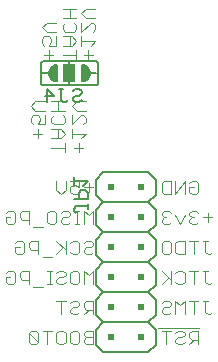
<source format=gbr>
G04 EAGLE Gerber RS-274X export*
G75*
%MOMM*%
%FSLAX34Y34*%
%LPD*%
%INSilkscreen Bottom*%
%IPPOS*%
%AMOC8*
5,1,8,0,0,1.08239X$1,22.5*%
G01*
%ADD10C,0.101600*%
%ADD11C,0.152400*%
%ADD12C,0.127000*%
%ADD13R,1.016000X1.524000*%
%ADD14R,0.508000X0.508000*%


D10*
X390017Y523880D02*
X382221Y523880D01*
X386119Y527778D02*
X386119Y519982D01*
X378323Y529727D02*
X370527Y529727D01*
X378323Y529727D02*
X378323Y523880D01*
X374425Y525829D01*
X372476Y525829D01*
X370527Y523880D01*
X370527Y519982D01*
X372476Y518033D01*
X376374Y518033D01*
X378323Y519982D01*
X366629Y521931D02*
X366629Y529727D01*
X366629Y521931D02*
X362731Y518033D01*
X358833Y521931D01*
X358833Y529727D01*
X390017Y504327D02*
X390017Y492633D01*
X386119Y500429D02*
X390017Y504327D01*
X386119Y500429D02*
X382221Y504327D01*
X382221Y492633D01*
X378323Y492633D02*
X374425Y492633D01*
X376374Y492633D02*
X376374Y504327D01*
X378323Y504327D02*
X374425Y504327D01*
X364680Y504327D02*
X362731Y502378D01*
X364680Y504327D02*
X368578Y504327D01*
X370527Y502378D01*
X370527Y500429D01*
X368578Y498480D01*
X364680Y498480D01*
X362731Y496531D01*
X362731Y494582D01*
X364680Y492633D01*
X368578Y492633D01*
X370527Y494582D01*
X356884Y504327D02*
X352986Y504327D01*
X356884Y504327D02*
X358833Y502378D01*
X358833Y494582D01*
X356884Y492633D01*
X352986Y492633D01*
X351037Y494582D01*
X351037Y502378D01*
X352986Y504327D01*
X347139Y490684D02*
X339343Y490684D01*
X335445Y492633D02*
X335445Y504327D01*
X329598Y504327D01*
X327649Y502378D01*
X327649Y498480D01*
X329598Y496531D01*
X335445Y496531D01*
X317904Y504327D02*
X315955Y502378D01*
X317904Y504327D02*
X321802Y504327D01*
X323751Y502378D01*
X323751Y494582D01*
X321802Y492633D01*
X317904Y492633D01*
X315955Y494582D01*
X315955Y498480D01*
X319853Y498480D01*
X382221Y476978D02*
X384170Y478927D01*
X388068Y478927D01*
X390017Y476978D01*
X390017Y475029D01*
X388068Y473080D01*
X384170Y473080D01*
X382221Y471131D01*
X382221Y469182D01*
X384170Y467233D01*
X388068Y467233D01*
X390017Y469182D01*
X372476Y478927D02*
X370527Y476978D01*
X372476Y478927D02*
X376374Y478927D01*
X378323Y476978D01*
X378323Y469182D01*
X376374Y467233D01*
X372476Y467233D01*
X370527Y469182D01*
X366629Y467233D02*
X366629Y478927D01*
X366629Y471131D02*
X358833Y478927D01*
X364680Y473080D02*
X358833Y467233D01*
X354935Y465284D02*
X347139Y465284D01*
X343241Y467233D02*
X343241Y478927D01*
X337394Y478927D01*
X335445Y476978D01*
X335445Y473080D01*
X337394Y471131D01*
X343241Y471131D01*
X325700Y478927D02*
X323751Y476978D01*
X325700Y478927D02*
X329598Y478927D01*
X331547Y476978D01*
X331547Y469182D01*
X329598Y467233D01*
X325700Y467233D01*
X323751Y469182D01*
X323751Y473080D01*
X327649Y473080D01*
X390017Y453527D02*
X390017Y441833D01*
X386119Y449629D02*
X390017Y453527D01*
X386119Y449629D02*
X382221Y453527D01*
X382221Y441833D01*
X376374Y453527D02*
X372476Y453527D01*
X376374Y453527D02*
X378323Y451578D01*
X378323Y443782D01*
X376374Y441833D01*
X372476Y441833D01*
X370527Y443782D01*
X370527Y451578D01*
X372476Y453527D01*
X360782Y453527D02*
X358833Y451578D01*
X360782Y453527D02*
X364680Y453527D01*
X366629Y451578D01*
X366629Y449629D01*
X364680Y447680D01*
X360782Y447680D01*
X358833Y445731D01*
X358833Y443782D01*
X360782Y441833D01*
X364680Y441833D01*
X366629Y443782D01*
X354935Y441833D02*
X351037Y441833D01*
X352986Y441833D02*
X352986Y453527D01*
X354935Y453527D02*
X351037Y453527D01*
X347139Y439884D02*
X339343Y439884D01*
X335445Y441833D02*
X335445Y453527D01*
X329598Y453527D01*
X327649Y451578D01*
X327649Y447680D01*
X329598Y445731D01*
X335445Y445731D01*
X317904Y453527D02*
X315955Y451578D01*
X317904Y453527D02*
X321802Y453527D01*
X323751Y451578D01*
X323751Y443782D01*
X321802Y441833D01*
X317904Y441833D01*
X315955Y443782D01*
X315955Y447680D01*
X319853Y447680D01*
X390017Y428127D02*
X390017Y416433D01*
X390017Y428127D02*
X384170Y428127D01*
X382221Y426178D01*
X382221Y422280D01*
X384170Y420331D01*
X390017Y420331D01*
X386119Y420331D02*
X382221Y416433D01*
X370527Y426178D02*
X372476Y428127D01*
X376374Y428127D01*
X378323Y426178D01*
X378323Y424229D01*
X376374Y422280D01*
X372476Y422280D01*
X370527Y420331D01*
X370527Y418382D01*
X372476Y416433D01*
X376374Y416433D01*
X378323Y418382D01*
X362731Y416433D02*
X362731Y428127D01*
X366629Y428127D02*
X358833Y428127D01*
X482972Y498480D02*
X490768Y498480D01*
X486870Y502378D02*
X486870Y494582D01*
X479074Y502378D02*
X477125Y504327D01*
X473227Y504327D01*
X471278Y502378D01*
X471278Y500429D01*
X473227Y498480D01*
X475176Y498480D01*
X473227Y498480D02*
X471278Y496531D01*
X471278Y494582D01*
X473227Y492633D01*
X477125Y492633D01*
X479074Y494582D01*
X467380Y500429D02*
X463482Y492633D01*
X459584Y500429D01*
X455686Y502378D02*
X453737Y504327D01*
X449839Y504327D01*
X447890Y502378D01*
X447890Y500429D01*
X449839Y498480D01*
X451788Y498480D01*
X449839Y498480D02*
X447890Y496531D01*
X447890Y494582D01*
X449839Y492633D01*
X453737Y492633D01*
X455686Y494582D01*
X488819Y467233D02*
X490768Y469182D01*
X488819Y467233D02*
X486870Y467233D01*
X484921Y469182D01*
X484921Y478927D01*
X486870Y478927D02*
X482972Y478927D01*
X475176Y478927D02*
X475176Y467233D01*
X479074Y478927D02*
X471278Y478927D01*
X467380Y478927D02*
X467380Y467233D01*
X461533Y467233D01*
X459584Y469182D01*
X459584Y476978D01*
X461533Y478927D01*
X467380Y478927D01*
X453737Y478927D02*
X449839Y478927D01*
X453737Y478927D02*
X455686Y476978D01*
X455686Y469182D01*
X453737Y467233D01*
X449839Y467233D01*
X447890Y469182D01*
X447890Y476978D01*
X449839Y478927D01*
X488819Y441833D02*
X490768Y443782D01*
X488819Y441833D02*
X486870Y441833D01*
X484921Y443782D01*
X484921Y453527D01*
X486870Y453527D02*
X482972Y453527D01*
X475176Y453527D02*
X475176Y441833D01*
X479074Y453527D02*
X471278Y453527D01*
X461533Y453527D02*
X459584Y451578D01*
X461533Y453527D02*
X465431Y453527D01*
X467380Y451578D01*
X467380Y443782D01*
X465431Y441833D01*
X461533Y441833D01*
X459584Y443782D01*
X455686Y441833D02*
X455686Y453527D01*
X455686Y445731D02*
X447890Y453527D01*
X453737Y447680D02*
X447890Y441833D01*
X488819Y416433D02*
X490768Y418382D01*
X488819Y416433D02*
X486870Y416433D01*
X484921Y418382D01*
X484921Y428127D01*
X486870Y428127D02*
X482972Y428127D01*
X475176Y428127D02*
X475176Y416433D01*
X479074Y428127D02*
X471278Y428127D01*
X467380Y428127D02*
X467380Y416433D01*
X463482Y424229D02*
X467380Y428127D01*
X463482Y424229D02*
X459584Y428127D01*
X459584Y416433D01*
X447890Y426178D02*
X449839Y428127D01*
X453737Y428127D01*
X455686Y426178D01*
X455686Y424229D01*
X453737Y422280D01*
X449839Y422280D01*
X447890Y420331D01*
X447890Y418382D01*
X449839Y416433D01*
X453737Y416433D01*
X455686Y418382D01*
X471278Y527778D02*
X473227Y529727D01*
X477125Y529727D01*
X479074Y527778D01*
X479074Y519982D01*
X477125Y518033D01*
X473227Y518033D01*
X471278Y519982D01*
X471278Y523880D01*
X475176Y523880D01*
X467380Y518033D02*
X467380Y529727D01*
X459584Y518033D01*
X459584Y529727D01*
X455686Y529727D02*
X455686Y518033D01*
X449839Y518033D01*
X447890Y519982D01*
X447890Y527778D01*
X449839Y529727D01*
X455686Y529727D01*
X366214Y557705D02*
X354521Y557705D01*
X366214Y553807D02*
X366214Y561603D01*
X362316Y565501D02*
X354521Y565501D01*
X362316Y565501D02*
X366214Y569399D01*
X362316Y573297D01*
X354521Y573297D01*
X360367Y573297D02*
X360367Y565501D01*
X366214Y583042D02*
X364265Y584991D01*
X366214Y583042D02*
X366214Y579144D01*
X364265Y577195D01*
X356469Y577195D01*
X354521Y579144D01*
X354521Y583042D01*
X356469Y584991D01*
X354521Y588889D02*
X366214Y588889D01*
X360367Y588889D02*
X360367Y596685D01*
X354521Y596685D02*
X366214Y596685D01*
X377830Y561603D02*
X377830Y553807D01*
X381728Y557705D02*
X373932Y557705D01*
X379779Y565501D02*
X383677Y569399D01*
X371983Y569399D01*
X371983Y565501D02*
X371983Y573297D01*
X371983Y577195D02*
X371983Y584991D01*
X371983Y577195D02*
X379779Y584991D01*
X381728Y584991D01*
X383677Y583042D01*
X383677Y579144D01*
X381728Y577195D01*
X383677Y588889D02*
X375881Y588889D01*
X371983Y592787D01*
X375881Y596685D01*
X383677Y596685D01*
X342905Y573297D02*
X342905Y565501D01*
X346803Y569399D02*
X339007Y569399D01*
X348752Y577195D02*
X348752Y584991D01*
X348752Y577195D02*
X342905Y577195D01*
X344854Y581093D01*
X344854Y583042D01*
X342905Y584991D01*
X339007Y584991D01*
X337058Y583042D01*
X337058Y579144D01*
X339007Y577195D01*
X340956Y588889D02*
X348752Y588889D01*
X340956Y588889D02*
X337058Y592787D01*
X340956Y596685D01*
X348752Y596685D01*
X444500Y404749D02*
X479582Y404749D01*
X479074Y402727D02*
X479074Y391033D01*
X479074Y402727D02*
X473227Y402727D01*
X471278Y400778D01*
X471278Y396880D01*
X473227Y394931D01*
X479074Y394931D01*
X475176Y394931D02*
X471278Y391033D01*
X459584Y400778D02*
X461533Y402727D01*
X465431Y402727D01*
X467380Y400778D01*
X467380Y398829D01*
X465431Y396880D01*
X461533Y396880D01*
X459584Y394931D01*
X459584Y392982D01*
X461533Y391033D01*
X465431Y391033D01*
X467380Y392982D01*
X451788Y391033D02*
X451788Y402727D01*
X455686Y402727D02*
X447890Y402727D01*
X390017Y402727D02*
X390017Y391033D01*
X390017Y402727D02*
X384170Y402727D01*
X382221Y400778D01*
X382221Y398829D01*
X384170Y396880D01*
X382221Y394931D01*
X382221Y392982D01*
X384170Y391033D01*
X390017Y391033D01*
X390017Y396880D02*
X384170Y396880D01*
X376374Y402727D02*
X372476Y402727D01*
X376374Y402727D02*
X378323Y400778D01*
X378323Y392982D01*
X376374Y391033D01*
X372476Y391033D01*
X370527Y392982D01*
X370527Y400778D01*
X372476Y402727D01*
X364680Y402727D02*
X360782Y402727D01*
X364680Y402727D02*
X366629Y400778D01*
X366629Y392982D01*
X364680Y391033D01*
X360782Y391033D01*
X358833Y392982D01*
X358833Y400778D01*
X360782Y402727D01*
X351037Y402727D02*
X351037Y391033D01*
X354935Y402727D02*
X347139Y402727D01*
X343241Y400778D02*
X343241Y392982D01*
X343241Y400778D02*
X341292Y402727D01*
X337394Y402727D01*
X335445Y400778D01*
X335445Y392982D01*
X337394Y391033D01*
X341292Y391033D01*
X343241Y392982D01*
X335445Y400778D01*
X364046Y636231D02*
X375739Y636231D01*
X375739Y632333D02*
X375739Y640129D01*
X371841Y644027D02*
X364046Y644027D01*
X371841Y644027D02*
X375739Y647925D01*
X371841Y651823D01*
X364046Y651823D01*
X369892Y651823D02*
X369892Y644027D01*
X375739Y661568D02*
X373790Y663517D01*
X375739Y661568D02*
X375739Y657670D01*
X373790Y655721D01*
X365994Y655721D01*
X364046Y657670D01*
X364046Y661568D01*
X365994Y663517D01*
X364046Y667415D02*
X375739Y667415D01*
X369892Y667415D02*
X369892Y675211D01*
X364046Y675211D02*
X375739Y675211D01*
X385767Y640129D02*
X385767Y632333D01*
X389665Y636231D02*
X381869Y636231D01*
X387716Y644027D02*
X391614Y647925D01*
X379921Y647925D01*
X379921Y644027D02*
X379921Y651823D01*
X379921Y655721D02*
X379921Y663517D01*
X387716Y663517D02*
X379921Y655721D01*
X387716Y663517D02*
X389665Y663517D01*
X391614Y661568D01*
X391614Y657670D01*
X389665Y655721D01*
X391614Y667415D02*
X383818Y667415D01*
X379921Y671313D01*
X383818Y675211D01*
X391614Y675211D01*
X352430Y640129D02*
X352430Y632333D01*
X356328Y636231D02*
X348532Y636231D01*
X358277Y644027D02*
X358277Y651823D01*
X358277Y644027D02*
X352430Y644027D01*
X354379Y647925D01*
X354379Y649874D01*
X352430Y651823D01*
X348532Y651823D01*
X346583Y649874D01*
X346583Y645976D01*
X348532Y644027D01*
X350481Y655721D02*
X358277Y655721D01*
X350481Y655721D02*
X346583Y659619D01*
X350481Y663517D01*
X358277Y663517D01*
D11*
X348298Y630873D02*
X391478Y630873D01*
X394018Y613093D02*
X394016Y612993D01*
X394010Y612894D01*
X394000Y612794D01*
X393987Y612696D01*
X393969Y612597D01*
X393948Y612500D01*
X393923Y612404D01*
X393894Y612308D01*
X393861Y612214D01*
X393825Y612121D01*
X393785Y612030D01*
X393741Y611940D01*
X393694Y611852D01*
X393644Y611766D01*
X393590Y611682D01*
X393533Y611600D01*
X393473Y611521D01*
X393409Y611443D01*
X393343Y611369D01*
X393274Y611297D01*
X393202Y611228D01*
X393128Y611162D01*
X393050Y611098D01*
X392971Y611038D01*
X392889Y610981D01*
X392805Y610927D01*
X392719Y610877D01*
X392631Y610830D01*
X392541Y610786D01*
X392450Y610746D01*
X392357Y610710D01*
X392263Y610677D01*
X392167Y610648D01*
X392071Y610623D01*
X391974Y610602D01*
X391875Y610584D01*
X391777Y610571D01*
X391677Y610561D01*
X391578Y610555D01*
X391478Y610553D01*
X348298Y610553D02*
X348198Y610555D01*
X348099Y610561D01*
X347999Y610571D01*
X347901Y610584D01*
X347802Y610602D01*
X347705Y610623D01*
X347609Y610648D01*
X347513Y610677D01*
X347419Y610710D01*
X347326Y610746D01*
X347235Y610786D01*
X347145Y610830D01*
X347057Y610877D01*
X346971Y610927D01*
X346887Y610981D01*
X346805Y611038D01*
X346726Y611098D01*
X346648Y611162D01*
X346574Y611228D01*
X346502Y611297D01*
X346433Y611369D01*
X346367Y611443D01*
X346303Y611521D01*
X346243Y611600D01*
X346186Y611682D01*
X346132Y611766D01*
X346082Y611852D01*
X346035Y611940D01*
X345991Y612030D01*
X345951Y612121D01*
X345915Y612214D01*
X345882Y612308D01*
X345853Y612404D01*
X345828Y612500D01*
X345807Y612597D01*
X345789Y612696D01*
X345776Y612794D01*
X345766Y612894D01*
X345760Y612993D01*
X345758Y613093D01*
X345758Y628333D02*
X345760Y628433D01*
X345766Y628532D01*
X345776Y628632D01*
X345789Y628730D01*
X345807Y628829D01*
X345828Y628926D01*
X345853Y629022D01*
X345882Y629118D01*
X345915Y629212D01*
X345951Y629305D01*
X345991Y629396D01*
X346035Y629486D01*
X346082Y629574D01*
X346132Y629660D01*
X346186Y629744D01*
X346243Y629826D01*
X346303Y629905D01*
X346367Y629983D01*
X346433Y630057D01*
X346502Y630129D01*
X346574Y630198D01*
X346648Y630264D01*
X346726Y630328D01*
X346805Y630388D01*
X346887Y630445D01*
X346971Y630499D01*
X347057Y630549D01*
X347145Y630596D01*
X347235Y630640D01*
X347326Y630680D01*
X347419Y630716D01*
X347513Y630749D01*
X347609Y630778D01*
X347705Y630803D01*
X347802Y630824D01*
X347901Y630842D01*
X347999Y630855D01*
X348099Y630865D01*
X348198Y630871D01*
X348298Y630873D01*
X391478Y630873D02*
X391578Y630871D01*
X391677Y630865D01*
X391777Y630855D01*
X391875Y630842D01*
X391974Y630824D01*
X392071Y630803D01*
X392167Y630778D01*
X392263Y630749D01*
X392357Y630716D01*
X392450Y630680D01*
X392541Y630640D01*
X392631Y630596D01*
X392719Y630549D01*
X392805Y630499D01*
X392889Y630445D01*
X392971Y630388D01*
X393050Y630328D01*
X393128Y630264D01*
X393202Y630198D01*
X393274Y630129D01*
X393343Y630057D01*
X393409Y629983D01*
X393473Y629905D01*
X393533Y629826D01*
X393590Y629744D01*
X393644Y629660D01*
X393694Y629574D01*
X393741Y629486D01*
X393785Y629396D01*
X393825Y629305D01*
X393861Y629212D01*
X393894Y629118D01*
X393923Y629022D01*
X393948Y628926D01*
X393969Y628829D01*
X393987Y628730D01*
X394000Y628632D01*
X394010Y628532D01*
X394016Y628433D01*
X394018Y628333D01*
X394018Y613093D01*
X345758Y613093D02*
X345758Y628333D01*
X348298Y610553D02*
X391478Y610553D01*
X392748Y620713D02*
X387668Y620713D01*
X352108Y620713D02*
X347028Y620713D01*
X369888Y613093D02*
X369888Y610553D01*
X369888Y628333D02*
X369888Y630873D01*
D12*
X380682Y613757D02*
X380049Y620713D01*
X380049Y620713D01*
X380682Y627669D01*
X380852Y627652D01*
X381022Y627630D01*
X381190Y627604D01*
X381359Y627574D01*
X381526Y627540D01*
X381693Y627502D01*
X381858Y627459D01*
X382023Y627413D01*
X382186Y627363D01*
X382348Y627309D01*
X382509Y627250D01*
X382668Y627188D01*
X382825Y627122D01*
X382981Y627052D01*
X383135Y626979D01*
X383288Y626901D01*
X383438Y626820D01*
X383586Y626735D01*
X383733Y626647D01*
X383877Y626555D01*
X384018Y626460D01*
X384158Y626361D01*
X384295Y626259D01*
X384429Y626153D01*
X384561Y626044D01*
X384690Y625932D01*
X384816Y625817D01*
X384940Y625699D01*
X385060Y625578D01*
X385178Y625454D01*
X385292Y625327D01*
X385403Y625198D01*
X385511Y625065D01*
X385616Y624930D01*
X385718Y624793D01*
X385816Y624653D01*
X385910Y624511D01*
X386002Y624366D01*
X386089Y624219D01*
X386173Y624071D01*
X386253Y623920D01*
X386330Y623767D01*
X386403Y623613D01*
X386472Y623456D01*
X386537Y623298D01*
X386598Y623139D01*
X386656Y622978D01*
X386709Y622816D01*
X386758Y622652D01*
X386804Y622487D01*
X386845Y622322D01*
X386883Y622155D01*
X386916Y621987D01*
X386945Y621819D01*
X386970Y621650D01*
X386991Y621480D01*
X387007Y621310D01*
X387020Y621140D01*
X387028Y620969D01*
X387032Y620798D01*
X387032Y620628D01*
X387028Y620457D01*
X387020Y620286D01*
X387007Y620116D01*
X386991Y619946D01*
X386970Y619776D01*
X386945Y619607D01*
X386916Y619439D01*
X386883Y619271D01*
X386845Y619104D01*
X386804Y618939D01*
X386758Y618774D01*
X386709Y618610D01*
X386656Y618448D01*
X386598Y618287D01*
X386537Y618128D01*
X386472Y617970D01*
X386403Y617813D01*
X386330Y617659D01*
X386253Y617506D01*
X386173Y617355D01*
X386089Y617207D01*
X386002Y617060D01*
X385910Y616915D01*
X385816Y616773D01*
X385718Y616633D01*
X385616Y616496D01*
X385511Y616361D01*
X385403Y616228D01*
X385292Y616099D01*
X385178Y615972D01*
X385060Y615848D01*
X384940Y615727D01*
X384816Y615609D01*
X384690Y615494D01*
X384561Y615382D01*
X384429Y615273D01*
X384295Y615167D01*
X384158Y615065D01*
X384018Y614966D01*
X383877Y614871D01*
X383733Y614779D01*
X383586Y614691D01*
X383438Y614606D01*
X383288Y614525D01*
X383135Y614447D01*
X382981Y614374D01*
X382825Y614304D01*
X382668Y614238D01*
X382509Y614176D01*
X382348Y614117D01*
X382186Y614063D01*
X382023Y614013D01*
X381858Y613967D01*
X381693Y613924D01*
X381526Y613886D01*
X381359Y613852D01*
X381190Y613822D01*
X381022Y613796D01*
X380852Y613774D01*
X380682Y613757D01*
X380682Y614969D01*
X380831Y614987D01*
X380980Y615010D01*
X381129Y615036D01*
X381277Y615066D01*
X381423Y615100D01*
X381569Y615138D01*
X381714Y615179D01*
X381858Y615225D01*
X382001Y615274D01*
X382142Y615327D01*
X382282Y615383D01*
X382420Y615443D01*
X382557Y615507D01*
X382692Y615574D01*
X382825Y615645D01*
X382956Y615719D01*
X383085Y615796D01*
X383212Y615877D01*
X383337Y615962D01*
X383460Y616049D01*
X383581Y616140D01*
X383699Y616233D01*
X383815Y616330D01*
X383928Y616430D01*
X384038Y616532D01*
X384146Y616638D01*
X384251Y616746D01*
X384353Y616857D01*
X384452Y616971D01*
X384548Y617087D01*
X384641Y617206D01*
X384731Y617327D01*
X384818Y617450D01*
X384901Y617575D01*
X384981Y617703D01*
X385058Y617833D01*
X385132Y617964D01*
X385201Y618098D01*
X385268Y618233D01*
X385331Y618370D01*
X385390Y618509D01*
X385446Y618649D01*
X385498Y618790D01*
X385546Y618933D01*
X385591Y619077D01*
X385631Y619222D01*
X385668Y619369D01*
X385702Y619516D01*
X385731Y619664D01*
X385756Y619812D01*
X385778Y619961D01*
X385796Y620111D01*
X385809Y620261D01*
X385819Y620412D01*
X385825Y620562D01*
X385827Y620713D01*
X385825Y620864D01*
X385819Y621014D01*
X385809Y621165D01*
X385796Y621315D01*
X385778Y621465D01*
X385756Y621614D01*
X385731Y621762D01*
X385702Y621910D01*
X385668Y622057D01*
X385631Y622204D01*
X385591Y622349D01*
X385546Y622493D01*
X385498Y622636D01*
X385446Y622777D01*
X385390Y622917D01*
X385331Y623056D01*
X385268Y623193D01*
X385201Y623328D01*
X385132Y623462D01*
X385058Y623593D01*
X384981Y623723D01*
X384901Y623851D01*
X384818Y623976D01*
X384731Y624099D01*
X384641Y624220D01*
X384548Y624339D01*
X384452Y624455D01*
X384353Y624569D01*
X384251Y624680D01*
X384146Y624788D01*
X384038Y624894D01*
X383928Y624996D01*
X383815Y625096D01*
X383699Y625193D01*
X383581Y625286D01*
X383460Y625377D01*
X383337Y625464D01*
X383212Y625549D01*
X383085Y625630D01*
X382956Y625707D01*
X382825Y625781D01*
X382692Y625852D01*
X382557Y625919D01*
X382420Y625983D01*
X382282Y626043D01*
X382142Y626099D01*
X382001Y626152D01*
X381858Y626201D01*
X381714Y626247D01*
X381569Y626288D01*
X381423Y626326D01*
X381277Y626360D01*
X381129Y626390D01*
X380980Y626416D01*
X380831Y626439D01*
X380682Y626457D01*
X380681Y625242D01*
X380813Y625222D01*
X380944Y625197D01*
X381075Y625169D01*
X381205Y625137D01*
X381334Y625102D01*
X381461Y625062D01*
X381588Y625019D01*
X381713Y624972D01*
X381837Y624922D01*
X381959Y624868D01*
X382079Y624810D01*
X382198Y624749D01*
X382315Y624684D01*
X382430Y624616D01*
X382543Y624545D01*
X382654Y624471D01*
X382763Y624393D01*
X382869Y624312D01*
X382973Y624228D01*
X383075Y624141D01*
X383174Y624051D01*
X383270Y623958D01*
X383363Y623863D01*
X383454Y623765D01*
X383542Y623664D01*
X383626Y623560D01*
X383708Y623455D01*
X383787Y623347D01*
X383862Y623236D01*
X383934Y623124D01*
X384003Y623009D01*
X384068Y622893D01*
X384130Y622774D01*
X384189Y622654D01*
X384244Y622532D01*
X384295Y622409D01*
X384343Y622284D01*
X384387Y622158D01*
X384427Y622030D01*
X384464Y621902D01*
X384497Y621772D01*
X384526Y621642D01*
X384551Y621511D01*
X384572Y621379D01*
X384590Y621246D01*
X384603Y621113D01*
X384613Y620980D01*
X384619Y620847D01*
X384621Y620713D01*
X384619Y620579D01*
X384613Y620446D01*
X384603Y620313D01*
X384590Y620180D01*
X384572Y620047D01*
X384551Y619915D01*
X384526Y619784D01*
X384497Y619654D01*
X384464Y619524D01*
X384427Y619396D01*
X384387Y619268D01*
X384343Y619142D01*
X384295Y619017D01*
X384244Y618894D01*
X384189Y618772D01*
X384130Y618652D01*
X384068Y618533D01*
X384003Y618417D01*
X383934Y618302D01*
X383862Y618190D01*
X383787Y618079D01*
X383708Y617971D01*
X383626Y617866D01*
X383542Y617762D01*
X383454Y617661D01*
X383363Y617563D01*
X383270Y617468D01*
X383174Y617375D01*
X383075Y617285D01*
X382973Y617198D01*
X382869Y617114D01*
X382763Y617033D01*
X382654Y616955D01*
X382543Y616881D01*
X382430Y616810D01*
X382315Y616742D01*
X382198Y616677D01*
X382079Y616616D01*
X381959Y616558D01*
X381837Y616504D01*
X381713Y616454D01*
X381588Y616407D01*
X381461Y616364D01*
X381334Y616324D01*
X381205Y616289D01*
X381075Y616257D01*
X380944Y616229D01*
X380813Y616204D01*
X380681Y616184D01*
X380679Y617406D01*
X380792Y617429D01*
X380903Y617456D01*
X381014Y617488D01*
X381123Y617522D01*
X381232Y617561D01*
X381339Y617603D01*
X381444Y617649D01*
X381548Y617698D01*
X381650Y617751D01*
X381750Y617808D01*
X381848Y617867D01*
X381944Y617931D01*
X382038Y617997D01*
X382129Y618066D01*
X382218Y618139D01*
X382305Y618214D01*
X382389Y618293D01*
X382470Y618374D01*
X382549Y618458D01*
X382624Y618545D01*
X382697Y618634D01*
X382766Y618726D01*
X382832Y618820D01*
X382895Y618916D01*
X382955Y619014D01*
X383011Y619114D01*
X383064Y619216D01*
X383113Y619320D01*
X383159Y619425D01*
X383201Y619532D01*
X383240Y619640D01*
X383274Y619750D01*
X383305Y619861D01*
X383332Y619972D01*
X383356Y620085D01*
X383375Y620198D01*
X383391Y620312D01*
X383403Y620426D01*
X383411Y620541D01*
X383415Y620656D01*
X383415Y620770D01*
X383411Y620885D01*
X383403Y621000D01*
X383391Y621114D01*
X383375Y621228D01*
X383356Y621341D01*
X383332Y621454D01*
X383305Y621565D01*
X383274Y621676D01*
X383240Y621786D01*
X383201Y621894D01*
X383159Y622001D01*
X383113Y622106D01*
X383064Y622210D01*
X383011Y622312D01*
X382955Y622412D01*
X382895Y622510D01*
X382832Y622606D01*
X382766Y622700D01*
X382697Y622792D01*
X382624Y622881D01*
X382549Y622968D01*
X382470Y623052D01*
X382389Y623133D01*
X382305Y623212D01*
X382218Y623287D01*
X382129Y623360D01*
X382038Y623429D01*
X381944Y623495D01*
X381848Y623559D01*
X381750Y623618D01*
X381650Y623675D01*
X381548Y623728D01*
X381444Y623777D01*
X381339Y623823D01*
X381232Y623865D01*
X381123Y623904D01*
X381014Y623938D01*
X380903Y623970D01*
X380792Y623997D01*
X380679Y624020D01*
X380674Y622781D01*
X380761Y622753D01*
X380848Y622721D01*
X380932Y622685D01*
X381015Y622645D01*
X381097Y622603D01*
X381176Y622556D01*
X381254Y622506D01*
X381329Y622454D01*
X381402Y622397D01*
X381472Y622338D01*
X381540Y622276D01*
X381605Y622211D01*
X381668Y622144D01*
X381727Y622074D01*
X381783Y622001D01*
X381837Y621926D01*
X381887Y621849D01*
X381933Y621769D01*
X381976Y621688D01*
X382016Y621605D01*
X382052Y621521D01*
X382085Y621435D01*
X382114Y621347D01*
X382139Y621259D01*
X382160Y621169D01*
X382178Y621079D01*
X382191Y620988D01*
X382201Y620897D01*
X382207Y620805D01*
X382209Y620713D01*
X382207Y620621D01*
X382201Y620529D01*
X382191Y620438D01*
X382178Y620347D01*
X382160Y620257D01*
X382139Y620167D01*
X382114Y620079D01*
X382085Y619991D01*
X382052Y619905D01*
X382016Y619821D01*
X381976Y619738D01*
X381933Y619657D01*
X381887Y619577D01*
X381837Y619500D01*
X381783Y619425D01*
X381727Y619352D01*
X381668Y619282D01*
X381605Y619215D01*
X381540Y619150D01*
X381472Y619088D01*
X381402Y619029D01*
X381329Y618972D01*
X381254Y618920D01*
X381176Y618870D01*
X381097Y618823D01*
X381015Y618781D01*
X380932Y618741D01*
X380848Y618705D01*
X380761Y618673D01*
X380674Y618645D01*
X380637Y619961D01*
X380683Y620000D01*
X380726Y620041D01*
X380767Y620084D01*
X380805Y620131D01*
X380840Y620179D01*
X380871Y620229D01*
X380900Y620282D01*
X380925Y620336D01*
X380947Y620391D01*
X380966Y620448D01*
X380980Y620506D01*
X380991Y620564D01*
X380999Y620624D01*
X381003Y620683D01*
X381003Y620743D01*
X380999Y620802D01*
X380991Y620862D01*
X380980Y620920D01*
X380966Y620978D01*
X380947Y621035D01*
X380925Y621090D01*
X380900Y621144D01*
X380871Y621197D01*
X380840Y621247D01*
X380805Y621295D01*
X380767Y621342D01*
X380726Y621385D01*
X380683Y621426D01*
X380637Y621465D01*
X359094Y627669D02*
X359727Y620713D01*
X359727Y620713D01*
X359094Y613757D01*
X358924Y613774D01*
X358754Y613796D01*
X358586Y613822D01*
X358417Y613852D01*
X358250Y613886D01*
X358083Y613924D01*
X357918Y613967D01*
X357753Y614013D01*
X357590Y614063D01*
X357428Y614117D01*
X357267Y614176D01*
X357108Y614238D01*
X356951Y614304D01*
X356795Y614374D01*
X356641Y614447D01*
X356488Y614525D01*
X356338Y614606D01*
X356190Y614691D01*
X356043Y614779D01*
X355899Y614871D01*
X355758Y614966D01*
X355618Y615065D01*
X355481Y615167D01*
X355347Y615273D01*
X355215Y615382D01*
X355086Y615494D01*
X354960Y615609D01*
X354836Y615727D01*
X354716Y615848D01*
X354598Y615972D01*
X354484Y616099D01*
X354373Y616228D01*
X354265Y616361D01*
X354160Y616496D01*
X354058Y616633D01*
X353960Y616773D01*
X353866Y616915D01*
X353774Y617060D01*
X353687Y617207D01*
X353603Y617355D01*
X353523Y617506D01*
X353446Y617659D01*
X353373Y617813D01*
X353304Y617970D01*
X353239Y618128D01*
X353178Y618287D01*
X353120Y618448D01*
X353067Y618610D01*
X353018Y618774D01*
X352972Y618939D01*
X352931Y619104D01*
X352893Y619271D01*
X352860Y619439D01*
X352831Y619607D01*
X352806Y619776D01*
X352785Y619946D01*
X352769Y620116D01*
X352756Y620286D01*
X352748Y620457D01*
X352744Y620628D01*
X352744Y620798D01*
X352748Y620969D01*
X352756Y621140D01*
X352769Y621310D01*
X352785Y621480D01*
X352806Y621650D01*
X352831Y621819D01*
X352860Y621987D01*
X352893Y622155D01*
X352931Y622322D01*
X352972Y622487D01*
X353018Y622652D01*
X353067Y622816D01*
X353120Y622978D01*
X353178Y623139D01*
X353239Y623298D01*
X353304Y623456D01*
X353373Y623613D01*
X353446Y623767D01*
X353523Y623920D01*
X353603Y624071D01*
X353687Y624219D01*
X353774Y624366D01*
X353866Y624511D01*
X353960Y624653D01*
X354058Y624793D01*
X354160Y624930D01*
X354265Y625065D01*
X354373Y625198D01*
X354484Y625327D01*
X354598Y625454D01*
X354716Y625578D01*
X354836Y625699D01*
X354960Y625817D01*
X355086Y625932D01*
X355215Y626044D01*
X355347Y626153D01*
X355481Y626259D01*
X355618Y626361D01*
X355758Y626460D01*
X355899Y626555D01*
X356043Y626647D01*
X356190Y626735D01*
X356338Y626820D01*
X356488Y626901D01*
X356641Y626979D01*
X356795Y627052D01*
X356951Y627122D01*
X357108Y627188D01*
X357267Y627250D01*
X357428Y627309D01*
X357590Y627363D01*
X357753Y627413D01*
X357918Y627459D01*
X358083Y627502D01*
X358250Y627540D01*
X358417Y627574D01*
X358586Y627604D01*
X358754Y627630D01*
X358924Y627652D01*
X359094Y627669D01*
X359094Y626457D01*
X358945Y626439D01*
X358796Y626416D01*
X358647Y626390D01*
X358499Y626360D01*
X358353Y626326D01*
X358207Y626288D01*
X358062Y626247D01*
X357918Y626201D01*
X357775Y626152D01*
X357634Y626099D01*
X357494Y626043D01*
X357356Y625983D01*
X357219Y625919D01*
X357084Y625852D01*
X356951Y625781D01*
X356820Y625707D01*
X356691Y625630D01*
X356564Y625549D01*
X356439Y625464D01*
X356316Y625377D01*
X356195Y625286D01*
X356077Y625193D01*
X355961Y625096D01*
X355848Y624996D01*
X355738Y624894D01*
X355630Y624788D01*
X355525Y624680D01*
X355423Y624569D01*
X355324Y624455D01*
X355228Y624339D01*
X355135Y624220D01*
X355045Y624099D01*
X354958Y623976D01*
X354875Y623851D01*
X354795Y623723D01*
X354718Y623593D01*
X354644Y623462D01*
X354575Y623328D01*
X354508Y623193D01*
X354445Y623056D01*
X354386Y622917D01*
X354330Y622777D01*
X354278Y622636D01*
X354230Y622493D01*
X354185Y622349D01*
X354145Y622204D01*
X354108Y622057D01*
X354074Y621910D01*
X354045Y621762D01*
X354020Y621614D01*
X353998Y621465D01*
X353980Y621315D01*
X353967Y621165D01*
X353957Y621014D01*
X353951Y620864D01*
X353949Y620713D01*
X353951Y620562D01*
X353957Y620412D01*
X353967Y620261D01*
X353980Y620111D01*
X353998Y619961D01*
X354020Y619812D01*
X354045Y619664D01*
X354074Y619516D01*
X354108Y619369D01*
X354145Y619222D01*
X354185Y619077D01*
X354230Y618933D01*
X354278Y618790D01*
X354330Y618649D01*
X354386Y618509D01*
X354445Y618370D01*
X354508Y618233D01*
X354575Y618098D01*
X354644Y617964D01*
X354718Y617833D01*
X354795Y617703D01*
X354875Y617575D01*
X354958Y617450D01*
X355045Y617327D01*
X355135Y617206D01*
X355228Y617087D01*
X355324Y616971D01*
X355423Y616857D01*
X355525Y616746D01*
X355630Y616638D01*
X355738Y616532D01*
X355848Y616430D01*
X355961Y616330D01*
X356077Y616233D01*
X356195Y616140D01*
X356316Y616049D01*
X356439Y615962D01*
X356564Y615877D01*
X356691Y615796D01*
X356820Y615719D01*
X356951Y615645D01*
X357084Y615574D01*
X357219Y615507D01*
X357356Y615443D01*
X357494Y615383D01*
X357634Y615327D01*
X357775Y615274D01*
X357918Y615225D01*
X358062Y615179D01*
X358207Y615138D01*
X358353Y615100D01*
X358499Y615066D01*
X358647Y615036D01*
X358796Y615010D01*
X358945Y614987D01*
X359094Y614969D01*
X359095Y616184D01*
X358963Y616204D01*
X358832Y616229D01*
X358701Y616257D01*
X358571Y616289D01*
X358442Y616324D01*
X358315Y616364D01*
X358188Y616407D01*
X358063Y616454D01*
X357939Y616504D01*
X357817Y616558D01*
X357697Y616616D01*
X357578Y616677D01*
X357461Y616742D01*
X357346Y616810D01*
X357233Y616881D01*
X357122Y616955D01*
X357013Y617033D01*
X356907Y617114D01*
X356803Y617198D01*
X356701Y617285D01*
X356602Y617375D01*
X356506Y617468D01*
X356413Y617563D01*
X356322Y617661D01*
X356234Y617762D01*
X356150Y617866D01*
X356068Y617971D01*
X355989Y618079D01*
X355914Y618190D01*
X355842Y618302D01*
X355773Y618417D01*
X355708Y618533D01*
X355646Y618652D01*
X355587Y618772D01*
X355532Y618894D01*
X355481Y619017D01*
X355433Y619142D01*
X355389Y619268D01*
X355349Y619396D01*
X355312Y619524D01*
X355279Y619654D01*
X355250Y619784D01*
X355225Y619915D01*
X355204Y620047D01*
X355186Y620180D01*
X355173Y620313D01*
X355163Y620446D01*
X355157Y620579D01*
X355155Y620713D01*
X355157Y620847D01*
X355163Y620980D01*
X355173Y621113D01*
X355186Y621246D01*
X355204Y621379D01*
X355225Y621511D01*
X355250Y621642D01*
X355279Y621772D01*
X355312Y621902D01*
X355349Y622030D01*
X355389Y622158D01*
X355433Y622284D01*
X355481Y622409D01*
X355532Y622532D01*
X355587Y622654D01*
X355646Y622774D01*
X355708Y622893D01*
X355773Y623009D01*
X355842Y623124D01*
X355914Y623236D01*
X355989Y623347D01*
X356068Y623455D01*
X356150Y623560D01*
X356234Y623664D01*
X356322Y623765D01*
X356413Y623863D01*
X356506Y623958D01*
X356602Y624051D01*
X356701Y624141D01*
X356803Y624228D01*
X356907Y624312D01*
X357013Y624393D01*
X357122Y624471D01*
X357233Y624545D01*
X357346Y624616D01*
X357461Y624684D01*
X357578Y624749D01*
X357697Y624810D01*
X357817Y624868D01*
X357939Y624922D01*
X358063Y624972D01*
X358188Y625019D01*
X358315Y625062D01*
X358442Y625102D01*
X358571Y625137D01*
X358701Y625169D01*
X358832Y625197D01*
X358963Y625222D01*
X359095Y625242D01*
X359097Y624020D01*
X358984Y623997D01*
X358873Y623970D01*
X358762Y623938D01*
X358653Y623904D01*
X358544Y623865D01*
X358437Y623823D01*
X358332Y623777D01*
X358228Y623728D01*
X358126Y623675D01*
X358026Y623618D01*
X357928Y623559D01*
X357832Y623495D01*
X357738Y623429D01*
X357647Y623360D01*
X357558Y623287D01*
X357471Y623212D01*
X357387Y623133D01*
X357306Y623052D01*
X357227Y622968D01*
X357152Y622881D01*
X357079Y622792D01*
X357010Y622700D01*
X356944Y622606D01*
X356881Y622510D01*
X356821Y622412D01*
X356765Y622312D01*
X356712Y622210D01*
X356663Y622106D01*
X356617Y622001D01*
X356575Y621894D01*
X356536Y621786D01*
X356502Y621676D01*
X356471Y621565D01*
X356444Y621454D01*
X356420Y621341D01*
X356401Y621228D01*
X356385Y621114D01*
X356373Y621000D01*
X356365Y620885D01*
X356361Y620770D01*
X356361Y620656D01*
X356365Y620541D01*
X356373Y620426D01*
X356385Y620312D01*
X356401Y620198D01*
X356420Y620085D01*
X356444Y619972D01*
X356471Y619861D01*
X356502Y619750D01*
X356536Y619640D01*
X356575Y619532D01*
X356617Y619425D01*
X356663Y619320D01*
X356712Y619216D01*
X356765Y619114D01*
X356821Y619014D01*
X356881Y618916D01*
X356944Y618820D01*
X357010Y618726D01*
X357079Y618634D01*
X357152Y618545D01*
X357227Y618458D01*
X357306Y618374D01*
X357387Y618293D01*
X357471Y618214D01*
X357558Y618139D01*
X357647Y618066D01*
X357738Y617997D01*
X357832Y617931D01*
X357928Y617867D01*
X358026Y617808D01*
X358126Y617751D01*
X358228Y617698D01*
X358332Y617649D01*
X358437Y617603D01*
X358544Y617561D01*
X358653Y617522D01*
X358762Y617488D01*
X358873Y617456D01*
X358984Y617429D01*
X359097Y617406D01*
X359102Y618645D01*
X359015Y618673D01*
X358928Y618705D01*
X358844Y618741D01*
X358761Y618781D01*
X358679Y618823D01*
X358600Y618870D01*
X358522Y618920D01*
X358447Y618972D01*
X358374Y619029D01*
X358304Y619088D01*
X358236Y619150D01*
X358171Y619215D01*
X358108Y619282D01*
X358049Y619352D01*
X357993Y619425D01*
X357939Y619500D01*
X357889Y619577D01*
X357843Y619657D01*
X357800Y619738D01*
X357760Y619821D01*
X357724Y619905D01*
X357691Y619991D01*
X357662Y620079D01*
X357637Y620167D01*
X357616Y620257D01*
X357598Y620347D01*
X357585Y620438D01*
X357575Y620529D01*
X357569Y620621D01*
X357567Y620713D01*
X357569Y620805D01*
X357575Y620897D01*
X357585Y620988D01*
X357598Y621079D01*
X357616Y621169D01*
X357637Y621259D01*
X357662Y621347D01*
X357691Y621435D01*
X357724Y621521D01*
X357760Y621605D01*
X357800Y621688D01*
X357843Y621769D01*
X357889Y621849D01*
X357939Y621926D01*
X357993Y622001D01*
X358049Y622074D01*
X358108Y622144D01*
X358171Y622211D01*
X358236Y622276D01*
X358304Y622338D01*
X358374Y622397D01*
X358447Y622454D01*
X358522Y622506D01*
X358600Y622556D01*
X358679Y622603D01*
X358761Y622645D01*
X358844Y622685D01*
X358928Y622721D01*
X359015Y622753D01*
X359102Y622781D01*
X359139Y621465D01*
X359093Y621426D01*
X359050Y621385D01*
X359009Y621342D01*
X358971Y621295D01*
X358936Y621247D01*
X358905Y621197D01*
X358876Y621144D01*
X358851Y621090D01*
X358829Y621035D01*
X358810Y620978D01*
X358796Y620920D01*
X358785Y620862D01*
X358777Y620802D01*
X358773Y620743D01*
X358773Y620683D01*
X358777Y620624D01*
X358785Y620564D01*
X358796Y620506D01*
X358810Y620448D01*
X358829Y620391D01*
X358851Y620336D01*
X358876Y620282D01*
X358905Y620229D01*
X358936Y620179D01*
X358971Y620131D01*
X359009Y620084D01*
X359050Y620041D01*
X359093Y620000D01*
X359139Y619961D01*
D13*
X369888Y620713D03*
D12*
X374485Y607387D02*
X372578Y605481D01*
X374485Y607387D02*
X378298Y607387D01*
X380204Y605481D01*
X380204Y603574D01*
X378298Y601667D01*
X374485Y601667D01*
X372578Y599761D01*
X372578Y597854D01*
X374485Y595948D01*
X378298Y595948D01*
X380204Y597854D01*
X368511Y597854D02*
X366604Y595948D01*
X364697Y595948D01*
X362791Y597854D01*
X362791Y607387D01*
X364697Y607387D02*
X360884Y607387D01*
X351097Y607387D02*
X351097Y595948D01*
X356817Y601667D02*
X351097Y607387D01*
X349190Y601667D02*
X356817Y601667D01*
D11*
X436563Y536575D02*
X442913Y530225D01*
X442913Y517525D02*
X436563Y511175D01*
X442913Y504825D01*
X442913Y492125D02*
X436563Y485775D01*
X442913Y479425D01*
X442913Y466725D02*
X436563Y460375D01*
X442913Y454025D01*
X442913Y441325D02*
X436563Y434975D01*
X442913Y428625D01*
X442913Y415925D02*
X436563Y409575D01*
X436563Y536575D02*
X398463Y536575D01*
X392113Y530225D01*
X392113Y517525D01*
X398463Y511175D01*
X392113Y504825D01*
X392113Y492125D01*
X398463Y485775D01*
X392113Y479425D01*
X392113Y466725D01*
X398463Y460375D01*
X392113Y454025D01*
X392113Y441325D01*
X398463Y434975D01*
X392113Y428625D01*
X392113Y415925D01*
X398463Y409575D01*
X398463Y511175D02*
X436563Y511175D01*
X436563Y485775D02*
X398463Y485775D01*
X398463Y460375D02*
X436563Y460375D01*
X436563Y434975D02*
X398463Y434975D01*
X398463Y409575D02*
X436563Y409575D01*
X442913Y415925D02*
X442913Y428625D01*
X442913Y441325D02*
X442913Y454025D01*
X442913Y466725D02*
X442913Y479425D01*
X442913Y492125D02*
X442913Y504825D01*
X442913Y517525D02*
X442913Y530225D01*
X436563Y409575D02*
X442913Y403225D01*
X442913Y390525D02*
X436563Y384175D01*
X398463Y409575D02*
X392113Y403225D01*
X392113Y390525D01*
X398463Y384175D01*
X436563Y384175D01*
X442913Y390525D02*
X442913Y403225D01*
D14*
X430213Y523875D03*
X404813Y523875D03*
X404813Y498475D03*
X430213Y498475D03*
X404813Y473075D03*
X430213Y473075D03*
X404813Y447675D03*
X404813Y422275D03*
X430213Y447675D03*
X430213Y422275D03*
X404813Y396875D03*
X430213Y396875D03*
D12*
X375604Y502128D02*
X373698Y504035D01*
X373698Y505941D01*
X375604Y507848D01*
X385137Y507848D01*
X385137Y505941D02*
X385137Y509755D01*
X385137Y513822D02*
X373698Y513822D01*
X385137Y513822D02*
X385137Y519542D01*
X383231Y521449D01*
X379417Y521449D01*
X377511Y519542D01*
X377511Y513822D01*
X381324Y525516D02*
X385137Y529329D01*
X373698Y529329D01*
X373698Y525516D02*
X373698Y533142D01*
M02*

</source>
